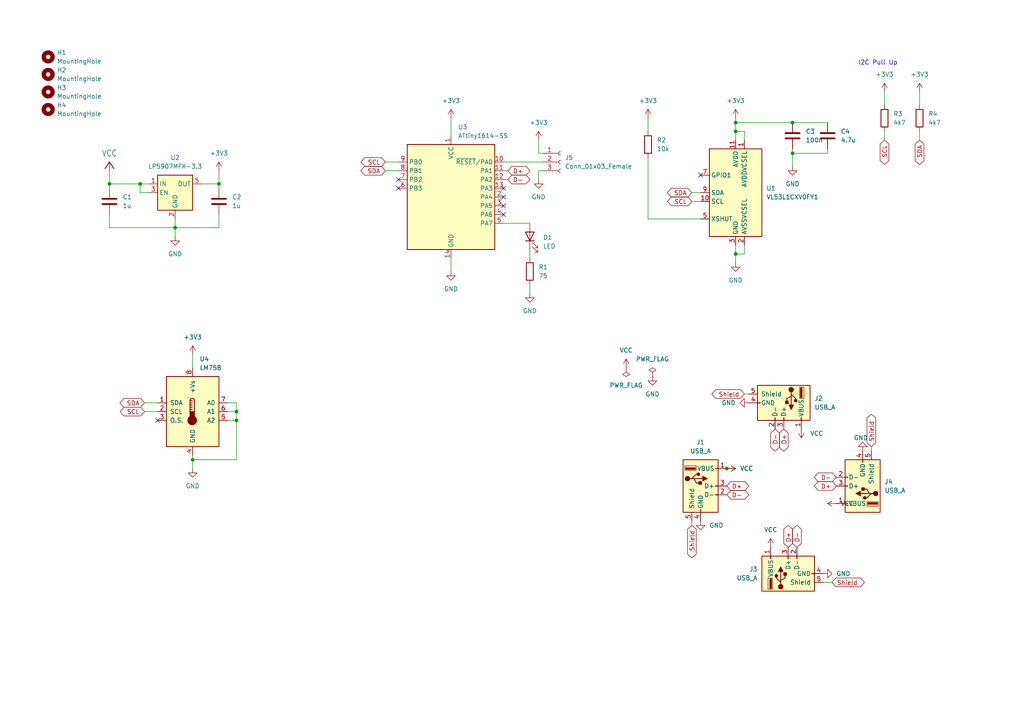
<source format=kicad_sch>
(kicad_sch (version 20211123) (generator eeschema)
  (paper "A4")
  (lib_symbols
    (symbol "Connector:Conn_01x03_Female" (pin_names (offset 1.016) hide)
      (property "Reference" "J" (at 0 5.08 0))
      (property "Value" "Conn_01x03_Female" (at 0 -5.08 0))
      (symbol "Conn_01x03_Female_1_1"
        (arc (start 0 -2.032) (mid -0.508 -2.54) (end 0 -3.048) (stroke (width 0.1524)))
        (polyline (pts (xy -1.27 -2.54) (xy -0.508 -2.54)) (stroke (width 0.1524)))
        (polyline (pts (xy -1.27 0) (xy -0.508 0)) (stroke (width 0.1524)))
        (polyline (pts (xy -1.27 2.54) (xy -0.508 2.54)) (stroke (width 0.1524)))
        (arc (start 0 0.508) (mid -0.508 0) (end 0 -0.508) (stroke (width 0.1524)))
        (arc (start 0 3.048) (mid -0.508 2.54) (end 0 2.032) (stroke (width 0.1524)))
        (pin passive line (at -5.08 2.54 0) (length 3.81) (name "Pin_1") (number "1"))
        (pin passive line (at -5.08 0 0) (length 3.81) (name "Pin_2") (number "2"))
        (pin passive line (at -5.08 -2.54 0) (length 3.81) (name "Pin_3") (number "3"))
      )
    )
    (symbol "Connector:USB_A" (pin_names (offset 1.016))
      (property "Reference" "J" (at -5.08 11.43 0))
      (property "Value" "USB_A" (at -5.08 8.89 0))
      (symbol "USB_A_0_1"
        (rectangle (start -5.08 -7.62) (end 5.08 7.62) (stroke (width 0.254)) (fill (type background)))
        (circle (center -3.81 2.159) (radius 0.635) (stroke (width 0.254)) (fill (type outline)))
        (rectangle (start -1.524 4.826) (end -4.318 5.334) (fill (type outline)))
        (rectangle (start -1.27 4.572) (end -4.572 5.842))
        (circle (center -0.635 3.429) (radius 0.381) (stroke (width 0.254)) (fill (type outline)))
        (rectangle (start -0.127 -7.62) (end 0.127 -6.858))
        (polyline (pts (xy -3.175 2.159) (xy -2.54 2.159) (xy -1.27 3.429) (xy -0.635 3.429)) (stroke (width 0.254)))
        (polyline (pts (xy -2.54 2.159) (xy -1.905 2.159) (xy -1.27 0.889) (xy 0 0.889)) (stroke (width 0.254)))
        (polyline (pts (xy 0.635 2.794) (xy 0.635 1.524) (xy 1.905 2.159) (xy 0.635 2.794)) (stroke (width 0.254)) (fill (type outline)))
        (rectangle (start 0.254 1.27) (end -0.508 0.508) (stroke (width 0.254)) (fill (type outline)))
        (rectangle (start 5.08 -2.667) (end 4.318 -2.413))
        (rectangle (start 5.08 -0.127) (end 4.318 0.127))
        (rectangle (start 5.08 4.953) (end 4.318 5.207))
      )
      (symbol "USB_A_1_1"
        (polyline (pts (xy -1.905 2.159) (xy 0.635 2.159)) (stroke (width 0.254)))
        (pin power_in line (at 7.62 5.08 180) (length 2.54) (name "VBUS") (number "1"))
        (pin bidirectional line (at 7.62 -2.54 180) (length 2.54) (name "D-") (number "2"))
        (pin bidirectional line (at 7.62 0 180) (length 2.54) (name "D+") (number "3"))
        (pin power_in line (at 0 -10.16 90) (length 2.54) (name "GND") (number "4"))
        (pin passive line (at -2.54 -10.16 90) (length 2.54) (name "Shield") (number "5"))
      )
    )
    (symbol "Device:C" (pin_numbers hide) (pin_names (offset 0.254))
      (property "Reference" "C" (at 0.635 2.54 0))
      (property "Value" "C" (at 0.635 -2.54 0))
      (symbol "C_0_1"
        (polyline (pts (xy -2.032 -0.762) (xy 2.032 -0.762)) (stroke (width 0.508)))
        (polyline (pts (xy -2.032 0.762) (xy 2.032 0.762)) (stroke (width 0.508)))
      )
      (symbol "C_1_1"
        (pin passive line (at 0 3.81 270) (length 2.794) (name "~") (number "1"))
        (pin passive line (at 0 -3.81 90) (length 2.794) (name "~") (number "2"))
      )
    )
    (symbol "Device:LED" (pin_numbers hide) (pin_names (offset 1.016) hide)
      (property "Reference" "D" (at 0 2.54 0))
      (property "Value" "LED" (at 0 -2.54 0))
      (symbol "LED_0_1"
        (polyline (pts (xy -1.27 -1.27) (xy -1.27 1.27)) (stroke (width 0.254)))
        (polyline (pts (xy -1.27 0) (xy 1.27 0)))
        (polyline (pts (xy 1.27 -1.27) (xy 1.27 1.27) (xy -1.27 0) (xy 1.27 -1.27)) (stroke (width 0.254)))
        (polyline (pts (xy -3.048 -0.762) (xy -4.572 -2.286) (xy -3.81 -2.286) (xy -4.572 -2.286) (xy -4.572 -1.524)))
        (polyline (pts (xy -1.778 -0.762) (xy -3.302 -2.286) (xy -2.54 -2.286) (xy -3.302 -2.286) (xy -3.302 -1.524)))
      )
      (symbol "LED_1_1"
        (pin passive line (at -3.81 0 0) (length 2.54) (name "K") (number "1"))
        (pin passive line (at 3.81 0 180) (length 2.54) (name "A") (number "2"))
      )
    )
    (symbol "Device:R" (pin_numbers hide) (pin_names (offset 0))
      (property "Reference" "R" (at 2.032 0 90))
      (property "Value" "R" (at 0 0 90))
      (symbol "R_0_1"
        (rectangle (start -1.016 -2.54) (end 1.016 2.54) (stroke (width 0.254)))
      )
      (symbol "R_1_1"
        (pin passive line (at 0 3.81 270) (length 1.27) (name "~") (number "1"))
        (pin passive line (at 0 -3.81 90) (length 1.27) (name "~") (number "2"))
      )
    )
    (symbol "MCU_Microchip_ATtiny:ATtiny1614-SS"
      (property "Reference" "U" (at -12.7 16.51 0))
      (property "Value" "ATtiny1614-SS" (at 2.54 -16.51 0))
      (symbol "ATtiny1614-SS_0_1"
        (rectangle (start -12.7 -15.24) (end 12.7 15.24) (stroke (width 0.254)) (fill (type background)))
      )
      (symbol "ATtiny1614-SS_1_1"
        (pin power_in line (at 0 17.78 270) (length 2.54) (name "VCC") (number "1"))
        (pin bidirectional line (at 15.24 10.16 180) (length 2.54) (name "~{RESET}/PA0") (number "10"))
        (pin bidirectional line (at 15.24 7.62 180) (length 2.54) (name "PA1") (number "11"))
        (pin bidirectional line (at 15.24 5.08 180) (length 2.54) (name "PA2") (number "12"))
        (pin bidirectional line (at 15.24 2.54 180) (length 2.54) (name "PA3") (number "13"))
        (pin power_in line (at 0 -17.78 90) (length 2.54) (name "GND") (number "14"))
        (pin bidirectional line (at 15.24 0 180) (length 2.54) (name "PA4") (number "2"))
        (pin bidirectional line (at 15.24 -2.54 180) (length 2.54) (name "PA5") (number "3"))
        (pin bidirectional line (at 15.24 -5.08 180) (length 2.54) (name "PA6") (number "4"))
        (pin bidirectional line (at 15.24 -7.62 180) (length 2.54) (name "PA7") (number "5"))
        (pin bidirectional line (at -15.24 2.54 0) (length 2.54) (name "PB3") (number "6"))
        (pin bidirectional line (at -15.24 5.08 0) (length 2.54) (name "PB2") (number "7"))
        (pin bidirectional line (at -15.24 7.62 0) (length 2.54) (name "PB1") (number "8"))
        (pin bidirectional line (at -15.24 10.16 0) (length 2.54) (name "PB0") (number "9"))
      )
    )
    (symbol "Mechanical:MountingHole" (pin_names (offset 1.016))
      (property "Reference" "H" (at 0 5.08 0))
      (property "Value" "MountingHole" (at 0 3.175 0))
      (symbol "MountingHole_0_1"
        (circle (center 0 0) (radius 1.27) (stroke (width 1.27)))
      )
    )
    (symbol "Regulator_Linear:LP5907MFX-3.3"
      (property "Reference" "U" (at -3.81 6.35 0))
      (property "Value" "LP5907MFX-3.3" (at 6.35 6.35 0))
      (symbol "LP5907MFX-3.3_0_1"
        (rectangle (start -5.08 -5.08) (end 5.08 5.08) (stroke (width 0.254)) (fill (type background)))
        (pin power_in line (at -7.62 2.54 0) (length 2.54) (name "IN") (number "1"))
        (pin power_in line (at 0 -7.62 90) (length 2.54) (name "GND") (number "2"))
        (pin input line (at -7.62 0 0) (length 2.54) (name "EN") (number "3"))
        (pin no_connect line (at 5.08 0 180) (length 2.54) hide (name "NC") (number "4"))
        (pin power_out line (at 7.62 2.54 180) (length 2.54) (name "OUT") (number "5"))
      )
    )
    (symbol "Sensor_Distance:VL53L1CXV0FY1"
      (property "Reference" "U" (at -6.35 13.97 0))
      (property "Value" "VL53L1CXV0FY1" (at 12.065 13.97 0))
      (symbol "VL53L1CXV0FY1_0_1"
        (rectangle (start -7.62 12.7) (end 7.62 -12.7) (stroke (width 0.254)) (fill (type background)))
      )
      (symbol "VL53L1CXV0FY1_1_1"
        (pin power_in line (at 2.54 15.24 270) (length 2.54) (name "AVDDVCSEL") (number "1"))
        (pin input line (at -10.16 -2.54 0) (length 2.54) (name "SCL") (number "10"))
        (pin power_in line (at 0 15.24 270) (length 2.54) (name "AVDD") (number "11"))
        (pin passive line (at 0 -15.24 90) (length 2.54) hide (name "GND") (number "12"))
        (pin power_in line (at 2.54 -15.24 90) (length 2.54) (name "AVSSVCSEL") (number "2"))
        (pin power_in line (at 0 -15.24 90) (length 2.54) (name "GND") (number "3"))
        (pin passive line (at 0 -15.24 90) (length 2.54) hide (name "GND") (number "4"))
        (pin input line (at -10.16 -7.62 0) (length 2.54) (name "XSHUT") (number "5"))
        (pin passive line (at 0 -15.24 90) (length 2.54) hide (name "GND") (number "6"))
        (pin open_collector line (at -10.16 5.08 0) (length 2.54) (name "GPIO1") (number "7"))
        (pin no_connect line (at -7.62 7.62 0) (length 2.54) hide (name "DNC") (number "8"))
        (pin bidirectional line (at -10.16 0 0) (length 2.54) (name "SDA") (number "9"))
      )
    )
    (symbol "Sensor_Temperature:LM75B" (pin_names (offset 1.016))
      (property "Reference" "U" (at -6.35 11.43 0))
      (property "Value" "LM75B" (at 0 11.43 0))
      (symbol "LM75B_0_1"
        (rectangle (start -7.62 10.16) (end 7.62 -10.16) (stroke (width 0.254)) (fill (type background)))
        (circle (center -0.127 -2.54) (radius 1.27) (stroke (width 0.254)) (fill (type outline)))
        (polyline (pts (xy -0.762 0.635) (xy -0.127 0.635)) (stroke (width 0.254)))
        (polyline (pts (xy -0.762 1.27) (xy -0.127 1.27)) (stroke (width 0.254)))
        (polyline (pts (xy -0.762 1.905) (xy -0.127 1.905)) (stroke (width 0.254)))
        (polyline (pts (xy -0.762 2.54) (xy -0.127 2.54)) (stroke (width 0.254)))
        (polyline (pts (xy -0.762 3.175) (xy -0.762 0)) (stroke (width 0.254)))
        (polyline (pts (xy -0.762 3.175) (xy -0.127 3.175)) (stroke (width 0.254)))
        (polyline (pts (xy 0.508 3.175) (xy 0.508 0)) (stroke (width 0.254)))
        (rectangle (start 0.508 -1.905) (end -0.762 0) (stroke (width 0.254)) (fill (type outline)))
        (arc (start 0.508 3.175) (mid -0.127 3.81) (end -0.762 3.175) (stroke (width 0.254)))
      )
      (symbol "LM75B_1_1"
        (pin bidirectional line (at -10.16 2.54 0) (length 2.54) (name "SDA") (number "1"))
        (pin input line (at -10.16 0 0) (length 2.54) (name "SCL") (number "2"))
        (pin open_collector line (at -10.16 -2.54 0) (length 2.54) (name "O.S.") (number "3"))
        (pin power_in line (at 0 -12.7 90) (length 2.54) (name "GND") (number "4"))
        (pin input line (at 10.16 -2.54 180) (length 2.54) (name "A2") (number "5"))
        (pin input line (at 10.16 0 180) (length 2.54) (name "A1") (number "6"))
        (pin input line (at 10.16 2.54 180) (length 2.54) (name "A0") (number "7"))
        (pin power_in line (at 0 12.7 270) (length 2.54) (name "+Vs") (number "8"))
      )
    )
    (symbol "elektronik-eagle-import:VCC" (power)
      (property "Value" "VCC" (at -2.54 -2.54 90))
      (symbol "VCC_1_0"
        (polyline (pts (xy 0 0) (xy -1.27 -1.905)) (stroke (width 0.254)))
        (polyline (pts (xy 1.27 -1.905) (xy 0 0)) (stroke (width 0.254)))
        (pin power_in line (at 0 -2.54 90) (length 2.54) (name "VCC") (number "1"))
      )
    )
    (symbol "power:+3V3" (power) (pin_names (offset 0))
      (property "Value" "+3V3" (at 0 3.556 0))
      (symbol "+3V3_0_1"
        (polyline (pts (xy -0.762 1.27) (xy 0 2.54)))
        (polyline (pts (xy 0 0) (xy 0 2.54)))
        (polyline (pts (xy 0 2.54) (xy 0.762 1.27)))
      )
      (symbol "+3V3_1_1"
        (pin power_in line (at 0 0 90) (length 0) hide (name "+3V3") (number "1"))
      )
    )
    (symbol "power:GND" (power) (pin_names (offset 0))
      (property "Value" "GND" (at 0 -3.81 0))
      (symbol "GND_0_1"
        (polyline (pts (xy 0 0) (xy 0 -1.27) (xy 1.27 -1.27) (xy 0 -2.54) (xy -1.27 -1.27) (xy 0 -1.27)))
      )
      (symbol "GND_1_1"
        (pin power_in line (at 0 0 270) (length 0) hide (name "GND") (number "1"))
      )
    )
    (symbol "power:PWR_FLAG" (power) (pin_numbers hide) (pin_names (offset 0) hide)
      (property "Value" "PWR_FLAG" (at 0 3.81 0))
      (symbol "PWR_FLAG_0_0"
        (pin power_out line (at 0 0 90) (length 0) (name "pwr") (number "1"))
      )
      (symbol "PWR_FLAG_0_1"
        (polyline (pts (xy 0 0) (xy 0 1.27) (xy -1.016 1.905) (xy 0 2.54) (xy 1.016 1.905) (xy 0 1.27)))
      )
    )
    (symbol "power:VCC" (power) (pin_names (offset 0))
      (property "Value" "VCC" (at 0 3.81 0))
      (symbol "VCC_0_1"
        (polyline (pts (xy -0.762 1.27) (xy 0 2.54)))
        (polyline (pts (xy 0 0) (xy 0 2.54)))
        (polyline (pts (xy 0 2.54) (xy 0.762 1.27)))
      )
      (symbol "VCC_1_1"
        (pin power_in line (at 0 0 90) (length 0) hide (name "VCC") (number "1"))
      )
    )
  )
  (junction (at 68.58 121.92))
  (junction (at 213.36 38.1))
  (junction (at 213.36 35.56))
  (junction (at 40.64 53.34))
  (junction (at 68.58 119.38))
  (junction (at 31.75 53.34))
  (junction (at 213.36 73.66))
  (junction (at 63.5 53.34))
  (junction (at 229.87 44.45))
  (junction (at 229.87 35.56))
  (junction (at 50.8 66.04))
  (junction (at 210.82 135.89))
  (junction (at 55.88 133.35))
  (no_connect (at 203.2 50.8))
  (no_connect (at 115.57 52.07))
  (no_connect (at 146.05 54.61))
  (no_connect (at 115.57 54.61))
  (no_connect (at 146.05 62.23))
  (no_connect (at 146.05 59.69))
  (no_connect (at 146.05 57.15))
  (no_connect (at 45.72 121.92))
  (wire (pts (xy 50.8 66.04) (xy 50.8 68.58)))
  (wire (pts (xy 31.75 53.34) (xy 31.75 54.61)))
  (wire (pts (xy 266.7 38.1) (xy 266.7 40.64)))
  (wire (pts (xy 229.87 43.18) (xy 229.87 44.45)))
  (wire (pts (xy 58.42 53.34) (xy 63.5 53.34)))
  (wire (pts (xy 68.58 119.38) (xy 68.58 121.92)))
  (wire (pts (xy 55.88 132.08) (xy 55.88 133.35)))
  (wire (pts (xy 68.58 116.84) (xy 68.58 119.38)))
  (wire (pts (xy 153.67 82.55) (xy 153.67 85.09)))
  (wire (pts (xy 213.36 73.66) (xy 213.36 76.2)))
  (wire (pts (xy 111.76 46.99) (xy 115.57 46.99)))
  (wire (pts (xy 213.36 35.56) (xy 213.36 38.1)))
  (wire (pts (xy 256.54 38.1) (xy 256.54 40.64)))
  (wire (pts (xy 215.9 40.64) (xy 215.9 38.1)))
  (wire (pts (xy 41.91 119.38) (xy 45.72 119.38)))
  (wire (pts (xy 146.05 52.07) (xy 147.32 52.07)))
  (wire (pts (xy 157.48 49.53) (xy 156.21 49.53)))
  (wire (pts (xy 43.18 53.34) (xy 40.64 53.34)))
  (wire (pts (xy 55.88 102.87) (xy 55.88 106.68)))
  (wire (pts (xy 55.88 133.35) (xy 55.88 135.89)))
  (wire (pts (xy 229.87 44.45) (xy 240.03 44.45)))
  (wire (pts (xy 31.75 62.23) (xy 31.75 66.04)))
  (wire (pts (xy 252.73 129.54) (xy 252.73 130.81)))
  (wire (pts (xy 41.91 116.84) (xy 45.72 116.84)))
  (wire (pts (xy 31.75 66.04) (xy 50.8 66.04)))
  (wire (pts (xy 156.21 49.53) (xy 156.21 52.07)))
  (wire (pts (xy 187.96 34.29) (xy 187.96 38.1)))
  (wire (pts (xy 213.36 34.29) (xy 213.36 35.56)))
  (wire (pts (xy 31.75 49.53) (xy 31.75 53.34)))
  (wire (pts (xy 200.66 58.42) (xy 203.2 58.42)))
  (wire (pts (xy 156.21 40.64) (xy 156.21 44.45)))
  (wire (pts (xy 229.87 35.56) (xy 240.03 35.56)))
  (wire (pts (xy 215.9 71.12) (xy 215.9 73.66)))
  (wire (pts (xy 213.36 38.1) (xy 213.36 40.64)))
  (wire (pts (xy 240.03 44.45) (xy 240.03 43.18)))
  (wire (pts (xy 187.96 45.72) (xy 187.96 63.5)))
  (wire (pts (xy 63.5 62.23) (xy 63.5 66.04)))
  (wire (pts (xy 111.76 49.53) (xy 115.57 49.53)))
  (wire (pts (xy 66.04 119.38) (xy 68.58 119.38)))
  (wire (pts (xy 213.36 73.66) (xy 215.9 73.66)))
  (wire (pts (xy 266.7 26.67) (xy 266.7 30.48)))
  (wire (pts (xy 130.81 74.93) (xy 130.81 78.74)))
  (wire (pts (xy 63.5 53.34) (xy 63.5 54.61)))
  (wire (pts (xy 55.88 133.35) (xy 68.58 133.35)))
  (wire (pts (xy 200.66 151.13) (xy 200.66 152.4)))
  (wire (pts (xy 146.05 46.99) (xy 157.48 46.99)))
  (wire (pts (xy 215.9 38.1) (xy 213.36 38.1)))
  (wire (pts (xy 68.58 121.92) (xy 68.58 133.35)))
  (wire (pts (xy 213.36 71.12) (xy 213.36 73.66)))
  (wire (pts (xy 238.76 168.91) (xy 241.3 168.91)))
  (wire (pts (xy 40.64 53.34) (xy 31.75 53.34)))
  (wire (pts (xy 50.8 63.5) (xy 50.8 66.04)))
  (wire (pts (xy 153.67 72.39) (xy 153.67 74.93)))
  (wire (pts (xy 203.2 63.5) (xy 187.96 63.5)))
  (wire (pts (xy 200.66 55.88) (xy 203.2 55.88)))
  (wire (pts (xy 215.9 114.3) (xy 217.17 114.3)))
  (wire (pts (xy 130.81 34.29) (xy 130.81 39.37)))
  (wire (pts (xy 213.36 35.56) (xy 229.87 35.56)))
  (wire (pts (xy 256.54 26.67) (xy 256.54 30.48)))
  (wire (pts (xy 43.18 55.88) (xy 40.64 55.88)))
  (wire (pts (xy 66.04 121.92) (xy 68.58 121.92)))
  (wire (pts (xy 157.48 44.45) (xy 156.21 44.45)))
  (wire (pts (xy 40.64 53.34) (xy 40.64 55.88)))
  (wire (pts (xy 63.5 49.53) (xy 63.5 53.34)))
  (wire (pts (xy 66.04 116.84) (xy 68.58 116.84)))
  (wire (pts (xy 146.05 64.77) (xy 153.67 64.77)))
  (wire (pts (xy 146.05 49.53) (xy 147.32 49.53)))
  (wire (pts (xy 50.8 66.04) (xy 63.5 66.04)))
  (wire (pts (xy 229.87 44.45) (xy 229.87 48.26)))
  (text "I2C Pull Up" (at 248.92 19.05 0) (effects (font (size 1.27 1.27)) (justify left bottom)))
  (global_label "SCL" (shape bidirectional) (at 111.76 46.99 180) (property "Intersheet References" "${INTERSHEET_REFS}" (effects hide)))
  (global_label "SDA" (shape bidirectional) (at 41.91 116.84 180) (property "Intersheet References" "${INTERSHEET_REFS}" (effects hide)))
  (global_label "SDA" (shape bidirectional) (at 200.66 55.88 180) (property "Intersheet References" "${INTERSHEET_REFS}" (effects hide)))
  (global_label "D-" (shape bidirectional) (at 231.14 158.75 90) (property "Intersheet References" "${INTERSHEET_REFS}" (effects hide)))
  (global_label "SCL" (shape bidirectional) (at 200.66 58.42 180) (property "Intersheet References" "${INTERSHEET_REFS}" (effects hide)))
  (global_label "Shield" (shape bidirectional) (at 241.3 168.91 0) (property "Intersheet References" "${INTERSHEET_REFS}" (effects hide)))
  (global_label "Shield" (shape bidirectional) (at 200.66 152.4 270) (property "Intersheet References" "${INTERSHEET_REFS}" (effects hide)))
  (global_label "Shield" (shape bidirectional) (at 215.9 114.3 180) (property "Intersheet References" "${INTERSHEET_REFS}" (effects hide)))
  (global_label "SCL" (shape bidirectional) (at 41.91 119.38 180) (property "Intersheet References" "${INTERSHEET_REFS}" (effects hide)))
  (global_label "D+" (shape bidirectional) (at 242.57 140.97 180) (property "Intersheet References" "${INTERSHEET_REFS}" (effects hide)))
  (global_label "SDA" (shape bidirectional) (at 111.76 49.53 180) (property "Intersheet References" "${INTERSHEET_REFS}" (effects hide)))
  (global_label "D-" (shape bidirectional) (at 224.79 124.46 270) (property "Intersheet References" "${INTERSHEET_REFS}" (effects hide)))
  (global_label "SDA" (shape bidirectional) (at 266.7 40.64 270) (property "Intersheet References" "${INTERSHEET_REFS}" (effects hide)))
  (global_label "D-" (shape bidirectional) (at 210.82 143.51 0) (property "Intersheet References" "${INTERSHEET_REFS}" (effects hide)))
  (global_label "D-" (shape bidirectional) (at 147.32 52.07 0) (property "Intersheet References" "${INTERSHEET_REFS}" (effects hide)))
  (global_label "D-" (shape bidirectional) (at 242.57 138.43 180) (property "Intersheet References" "${INTERSHEET_REFS}" (effects hide)))
  (global_label "SCL" (shape bidirectional) (at 256.54 40.64 270) (property "Intersheet References" "${INTERSHEET_REFS}" (effects hide)))
  (global_label "D+" (shape bidirectional) (at 147.32 49.53 0) (property "Intersheet References" "${INTERSHEET_REFS}" (effects hide)))
  (global_label "D+" (shape bidirectional) (at 228.6 158.75 90) (property "Intersheet References" "${INTERSHEET_REFS}" (effects hide)))
  (global_label "D+" (shape bidirectional) (at 210.82 140.97 0) (property "Intersheet References" "${INTERSHEET_REFS}" (effects hide)))
  (global_label "Shield" (shape bidirectional) (at 252.73 129.54 90) (property "Intersheet References" "${INTERSHEET_REFS}" (effects hide)))
  (global_label "D+" (shape bidirectional) (at 227.33 124.46 270) (property "Intersheet References" "${INTERSHEET_REFS}" (effects hide)))
  (symbol (lib_id "power:GND") (at 55.88 135.89 0) (unit 1)
    (property "Reference" "#PWR023" (effects hide))
    (property "Value" "GND" (at 55.88 140.97 0))
  )
  (symbol (lib_id "Device:R") (at 266.7 34.29 0) (unit 1)
    (property "Reference" "R4" (at 269.24 33.0199 0) (effects (justify left)))
    (property "Value" "4k7" (at 269.24 35.5599 0) (effects (justify left)))
    (property "Footprint" "Resistor_SMD:R_1206_3216Metric" (effects hide))
  )
  (symbol (lib_id "power:GND") (at 189.23 109.22 0) (unit 1)
    (property "Reference" "#PWR0101" (effects hide))
    (property "Value" "GND" (at 189.23 114.3 0))
  )
  (symbol (lib_id "Device:R") (at 153.67 78.74 0) (unit 1)
    (property "Reference" "R1" (at 156.21 77.4699 0) (effects (justify left)))
    (property "Value" "75" (at 156.21 80.0099 0) (effects (justify left)))
    (property "Footprint" "Resistor_SMD:R_1206_3216Metric" (effects hide))
  )
  (symbol (lib_id "Device:R") (at 256.54 34.29 0) (unit 1)
    (property "Reference" "R3" (at 259.08 33.0199 0) (effects (justify left)))
    (property "Value" "4k7" (at 259.08 35.5599 0) (effects (justify left)))
    (property "Footprint" "Resistor_SMD:R_1206_3216Metric" (effects hide))
  )
  (symbol (lib_id "power:GND") (at 217.17 116.84 270) (unit 1)
    (property "Reference" "#PWR04" (effects hide))
    (property "Value" "GND" (at 213.36 116.8399 90) (effects (justify right)))
  )
  (symbol (lib_id "Regulator_Linear:LP5907MFX-3.3") (at 50.8 55.88 0) (unit 1)
    (property "Reference" "U2" (at 50.8 45.72 0))
    (property "Value" "LP5907MFX-3.3" (at 50.8 48.26 0))
    (property "Footprint" "Package_TO_SOT_SMD:SOT-23-5" (effects hide))
    (property "Datasheet" "http://www.ti.com/lit/ds/symlink/lp5907.pdf" (effects hide))
  )
  (symbol (lib_id "power:VCC") (at 223.52 158.75 0) (unit 1)
    (property "Reference" "#PWR05" (effects hide))
    (property "Value" "VCC" (at 223.52 153.67 0))
  )
  (symbol (lib_id "power:+3V3") (at 266.7 26.67 0) (unit 1)
    (property "Reference" "#PWR021" (effects hide))
    (property "Value" "+3V3" (at 266.7 21.59 0))
  )
  (symbol (lib_id "power:VCC") (at 210.82 135.89 270) (unit 1)
    (property "Reference" "#PWR02" (effects hide))
    (property "Value" "VCC" (at 214.63 135.8899 90) (effects (justify left)))
  )
  (symbol (lib_id "Connector:USB_A") (at 228.6 166.37 90) (unit 1)
    (property "Reference" "J3" (at 219.71 165.0999 90) (effects (justify left)))
    (property "Value" "USB_A" (at 219.71 167.6399 90) (effects (justify left)))
    (property "Footprint" "Library_USB_A:Conn_USB_A_Jack" (effects hide))
    (property "Datasheet" " ~" (effects hide))
  )
  (symbol (lib_id "power:GND") (at 50.8 68.58 0) (unit 1)
    (property "Reference" "#PWR010" (effects hide))
    (property "Value" "GND" (at 50.8 73.66 0))
  )
  (symbol (lib_id "elektronik-eagle-import:VCC") (at 31.75 46.99 0) (unit 1)
    (property "Reference" "#P+01" (effects hide))
    (property "Value" "VCC" (at 31.75 44.45 0) (effects (font (size 1.778 1.5113))))
    (property "Footprint" "elektronik:" (effects hide))
  )
  (symbol (lib_id "Device:C") (at 31.75 58.42 0) (unit 1)
    (property "Reference" "C1" (at 35.56 57.1499 0) (effects (justify left)))
    (property "Value" "1u" (at 35.56 59.6899 0) (effects (justify left)))
    (property "Footprint" "Capacitor_SMD:C_1206_3216Metric" (effects hide))
  )
  (symbol (lib_id "Mechanical:MountingHole") (at 13.97 21.59 0) (unit 1)
    (property "Reference" "H2" (at 16.51 20.3199 0) (effects (justify left)))
    (property "Value" "MountingHole" (at 16.51 22.8599 0) (effects (justify left)))
    (property "Footprint" "MountingHole:MountingHole_3.2mm_M3" (effects hide))
  )
  (symbol (lib_id "power:GND") (at 229.87 48.26 0) (unit 1)
    (property "Reference" "#PWR024" (effects hide))
    (property "Value" "GND" (at 229.87 53.34 0))
  )
  (symbol (lib_id "power:GND") (at 156.21 52.07 0) (unit 1)
    (property "Reference" "#PWR016" (effects hide))
    (property "Value" "GND" (at 156.21 57.15 0))
  )
  (symbol (lib_id "MCU_Microchip_ATtiny:ATtiny1614-SS") (at 130.81 57.15 0) (unit 1)
    (property "Reference" "U3" (at 132.8294 36.83 0) (effects (justify left)))
    (property "Value" "ATtiny1614-SS" (at 132.8294 39.37 0) (effects (justify left)))
    (property "Footprint" "Package_SO:SOIC-14_3.9x8.7mm_P1.27mm" (effects hide))
    (property "Datasheet" "http://ww1.microchip.com/downloads/en/DeviceDoc/ATtiny1614-data-sheet-40001995A.pdf" (effects hide))
  )
  (symbol (lib_id "power:+3V3") (at 256.54 26.67 0) (unit 1)
    (property "Reference" "#PWR020" (effects hide))
    (property "Value" "+3V3" (at 256.54 21.59 0))
  )
  (symbol (lib_id "power:+3V3") (at 187.96 34.29 0) (unit 1)
    (property "Reference" "#PWR017" (effects hide))
    (property "Value" "+3V3" (at 187.96 29.21 0))
  )
  (symbol (lib_id "power:GND") (at 203.2 151.13 0) (unit 1)
    (property "Reference" "#PWR01" (effects hide))
    (property "Value" "GND" (at 205.74 152.3999 0) (effects (justify left)))
  )
  (symbol (lib_id "power:GND") (at 130.81 78.74 0) (unit 1)
    (property "Reference" "#PWR013" (effects hide))
    (property "Value" "GND" (at 130.81 83.82 0))
  )
  (symbol (lib_id "power:GND") (at 213.36 76.2 0) (unit 1)
    (property "Reference" "#PWR019" (effects hide))
    (property "Value" "GND" (at 213.36 81.28 0))
  )
  (symbol (lib_id "power:VCC") (at 181.61 106.68 0) (unit 1)
    (property "Reference" "#PWR0102" (effects hide))
    (property "Value" "VCC" (at 181.61 101.6 0))
  )
  (symbol (lib_id "Device:R") (at 187.96 41.91 0) (unit 1)
    (property "Reference" "R2" (at 190.5 40.6399 0) (effects (justify left)))
    (property "Value" "10k" (at 190.5 43.1799 0) (effects (justify left)))
    (property "Footprint" "Resistor_SMD:R_1206_3216Metric" (effects hide))
  )
  (symbol (lib_id "Mechanical:MountingHole") (at 13.97 16.51 0) (unit 1)
    (property "Reference" "H1" (at 16.51 15.2399 0) (effects (justify left)))
    (property "Value" "MountingHole" (at 16.51 17.7799 0) (effects (justify left)))
    (property "Footprint" "MountingHole:MountingHole_3.2mm_M3" (effects hide))
  )
  (symbol (lib_id "Device:C") (at 240.03 39.37 0) (unit 1)
    (property "Reference" "C4" (at 243.84 38.0999 0) (effects (justify left)))
    (property "Value" "4.7u" (at 243.84 40.6399 0) (effects (justify left)))
    (property "Footprint" "Resistor_SMD:R_1206_3216Metric" (effects hide))
  )
  (symbol (lib_id "power:+3V3") (at 213.36 34.29 0) (unit 1)
    (property "Reference" "#PWR018" (effects hide))
    (property "Value" "+3V3" (at 213.36 29.21 0))
  )
  (symbol (lib_id "Connector:USB_A") (at 203.2 140.97 0) (unit 1)
    (property "Reference" "J1" (at 203.2 128.27 0))
    (property "Value" "USB_A" (at 203.2 130.81 0))
    (property "Footprint" "Library_USB_A:Conn_USB_A_Jack" (effects hide))
    (property "Datasheet" " ~" (effects hide))
  )
  (symbol (lib_id "Connector:USB_A") (at 250.19 140.97 180) (unit 1)
    (property "Reference" "J4" (at 256.54 139.6999 0) (effects (justify right)))
    (property "Value" "USB_A" (at 256.54 142.2399 0) (effects (justify right)))
    (property "Footprint" "Library_USB_A:Conn_USB_A_Jack" (effects hide))
    (property "Datasheet" " ~" (effects hide))
  )
  (symbol (lib_id "power:VCC") (at 232.41 124.46 180) (unit 1)
    (property "Reference" "#PWR06" (effects hide))
    (property "Value" "VCC" (at 234.95 125.7299 0) (effects (justify right)))
  )
  (symbol (lib_id "power:+3V3") (at 130.81 34.29 0) (unit 1)
    (property "Reference" "#PWR012" (effects hide))
    (property "Value" "+3V3" (at 130.81 29.21 0))
  )
  (symbol (lib_id "power:VCC") (at 242.57 146.05 90) (unit 1)
    (property "Reference" "#PWR08" (effects hide))
    (property "Value" "VCC" (at 243.84 146.0499 90) (effects (justify right)))
  )
  (symbol (lib_id "power:PWR_FLAG") (at 189.23 109.22 0) (unit 1)
    (property "Reference" "#FLG0101" (effects hide))
    (property "Value" "PWR_FLAG" (at 189.23 104.14 0))
  )
  (symbol (lib_id "Device:LED") (at 153.67 68.58 90) (unit 1)
    (property "Reference" "D1" (at 157.48 68.8974 90) (effects (justify right)))
    (property "Value" "LED" (at 157.48 71.4374 90) (effects (justify right)))
    (property "Footprint" "LED_SMD:LED_1206_3216Metric" (effects hide))
  )
  (symbol (lib_id "Sensor_Distance:VL53L1CXV0FY1") (at 213.36 55.88 0) (unit 1)
    (property "Reference" "U1" (at 222.25 54.6099 0) (effects (justify left)))
    (property "Value" "VL53L1CXV0FY1" (at 222.25 57.1499 0) (effects (justify left)))
    (property "Footprint" "Sensor_Distance:ST_VL53L1x" (effects hide))
    (property "Datasheet" "https://www.st.com/resource/en/datasheet/vl53l1x.pdf" (effects hide))
  )
  (symbol (lib_id "power:+3V3") (at 55.88 102.87 0) (unit 1)
    (property "Reference" "#PWR022" (effects hide))
    (property "Value" "+3V3" (at 55.88 97.79 0))
  )
  (symbol (lib_id "Device:C") (at 63.5 58.42 0) (unit 1)
    (property "Reference" "C2" (at 67.31 57.1499 0) (effects (justify left)))
    (property "Value" "1u" (at 67.31 59.6899 0) (effects (justify left)))
    (property "Footprint" "Capacitor_SMD:C_1206_3216Metric" (effects hide))
  )
  (symbol (lib_id "power:GND") (at 238.76 166.37 90) (unit 1)
    (property "Reference" "#PWR07" (effects hide))
    (property "Value" "GND" (at 242.57 166.3699 90) (effects (justify right)))
  )
  (symbol (lib_id "power:GND") (at 250.19 130.81 180) (unit 1)
    (property "Reference" "#PWR09" (effects hide))
    (property "Value" "GND" (at 247.65 127 0) (effects (justify right)))
  )
  (symbol (lib_id "Sensor_Temperature:LM75B") (at 55.88 119.38 0) (unit 1)
    (property "Reference" "U4" (at 57.8994 104.14 0) (effects (justify left)))
    (property "Value" "LM75B" (at 57.8994 106.68 0) (effects (justify left)))
    (property "Footprint" "Package_SO:VSSOP-8_3.0x3.0mm_P0.65mm" (effects hide))
    (property "Datasheet" "http://www.ti.com/lit/ds/symlink/lm75b.pdf" (effects hide))
  )
  (symbol (lib_id "Connector:USB_A") (at 227.33 116.84 270) (unit 1)
    (property "Reference" "J2" (at 236.22 115.5699 90) (effects (justify left)))
    (property "Value" "USB_A" (at 236.22 118.1099 90) (effects (justify left)))
    (property "Footprint" "Library_USB_A:Conn_USB_A_Jack" (effects hide))
    (property "Datasheet" " ~" (effects hide))
  )
  (symbol (lib_id "power:VCC") (at 210.82 135.89 270) (unit 1)
    (property "Reference" "#PWR03" (effects hide))
    (property "Value" "VCC" (at 214.63 135.8899 90) (effects (justify left)))
  )
  (symbol (lib_id "power:+3V3") (at 156.21 40.64 0) (unit 1)
    (property "Reference" "#PWR015" (effects hide))
    (property "Value" "+3V3" (at 156.21 35.56 0))
  )
  (symbol (lib_id "power:PWR_FLAG") (at 181.61 106.68 180) (unit 1)
    (property "Reference" "#FLG0102" (effects hide))
    (property "Value" "PWR_FLAG" (at 181.61 111.76 0))
  )
  (symbol (lib_id "Mechanical:MountingHole") (at 13.97 26.67 0) (unit 1)
    (property "Reference" "H3" (at 16.51 25.3999 0) (effects (justify left)))
    (property "Value" "MountingHole" (at 16.51 27.9399 0) (effects (justify left)))
    (property "Footprint" "MountingHole:MountingHole_3.2mm_M3" (effects hide))
  )
  (symbol (lib_id "Device:C") (at 229.87 39.37 0) (unit 1)
    (property "Reference" "C3" (at 233.68 38.0999 0) (effects (justify left)))
    (property "Value" "100n" (at 233.68 40.6399 0) (effects (justify left)))
    (property "Footprint" "Resistor_SMD:R_1206_3216Metric" (effects hide))
  )
  (symbol (lib_id "power:+3V3") (at 63.5 49.53 0) (unit 1)
    (property "Reference" "#PWR011" (effects hide))
    (property "Value" "+3V3" (at 63.5 44.45 0))
  )
  (symbol (lib_id "power:GND") (at 153.67 85.09 0) (unit 1)
    (property "Reference" "#PWR014" (effects hide))
    (property "Value" "GND" (at 153.67 90.17 0))
  )
  (symbol (lib_id "Mechanical:MountingHole") (at 13.97 31.75 0) (unit 1)
    (property "Reference" "H4" (at 16.51 30.4799 0) (effects (justify left)))
    (property "Value" "MountingHole" (at 16.51 33.0199 0) (effects (justify left)))
    (property "Footprint" "MountingHole:MountingHole_3.2mm_M3" (effects hide))
  )
  (symbol (lib_id "Connector:Conn_01x03_Female") (at 162.56 46.99 0) (unit 1)
    (property "Reference" "J5" (at 163.83 45.7199 0) (effects (justify left)))
    (property "Value" "Conn_01x03_Female" (at 163.83 48.2599 0) (effects (justify left)))
    (property "Footprint" "Connector_PinSocket_2.54mm:PinSocket_1x03_P2.54mm_Vertical" (effects hide))
  )
)
</source>
